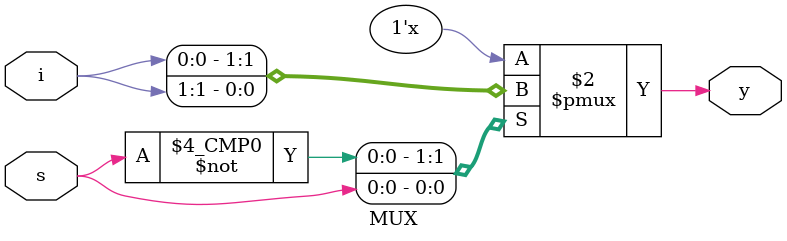
<source format=v>
module MUX(i, s, y);

input [1:0]i;
input s;
output y;
reg y;

always@(s or i)
begin
case(s)
1'b0: y=i[00];
1'b1: y=i[01];
default: y=0;
endcase
end

endmodule

</source>
